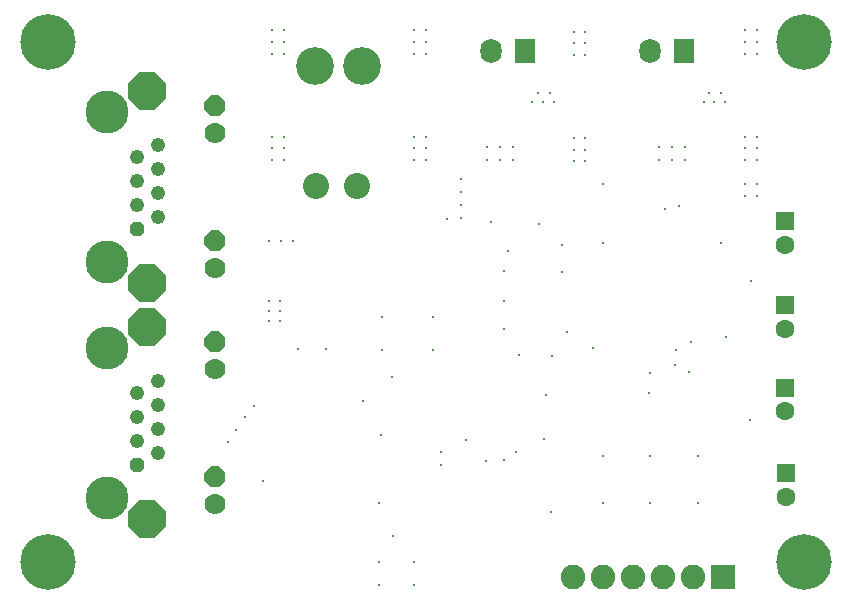
<source format=gbs>
G04 Layer_Color=16711935*
%FSLAX25Y25*%
%MOIN*%
G70*
G01*
G75*
%ADD60C,0.12611*%
%ADD61C,0.18516*%
%ADD62C,0.08200*%
%ADD63R,0.08200X0.08200*%
%ADD64C,0.04800*%
%ADD65P,0.13650X8X292.5*%
%ADD66C,0.14300*%
%ADD67C,0.07000*%
%ADD68P,0.07577X8X292.5*%
%ADD69P,0.05196X8X292.5*%
%ADD70C,0.08674*%
%ADD71C,0.06312*%
%ADD72R,0.06312X0.06312*%
%ADD73R,0.07099X0.08202*%
%ADD74O,0.07099X0.08202*%
%ADD75C,0.01200*%
%ADD76C,0.00787*%
D60*
X116535Y177165D02*
D03*
X100787D02*
D03*
D61*
X11811Y185039D02*
D03*
Y11811D02*
D03*
X263779D02*
D03*
Y185039D02*
D03*
D62*
X186693Y6809D02*
D03*
X196693D02*
D03*
X206693D02*
D03*
X216693D02*
D03*
X226693D02*
D03*
D63*
X236693D02*
D03*
D64*
X48339Y126824D02*
D03*
Y134824D02*
D03*
Y142824D02*
D03*
Y150824D02*
D03*
X41339Y146824D02*
D03*
Y130824D02*
D03*
Y138824D02*
D03*
X48339Y47958D02*
D03*
Y55958D02*
D03*
Y63958D02*
D03*
Y71958D02*
D03*
X41339Y67958D02*
D03*
Y51958D02*
D03*
Y59958D02*
D03*
D65*
X44839Y168824D02*
D03*
Y104824D02*
D03*
Y89958D02*
D03*
Y25958D02*
D03*
D66*
X31339Y111824D02*
D03*
Y161824D02*
D03*
Y32958D02*
D03*
Y82958D02*
D03*
D67*
X67339Y109824D02*
D03*
Y154824D02*
D03*
Y30958D02*
D03*
Y75958D02*
D03*
D68*
Y118824D02*
D03*
Y163824D02*
D03*
Y39958D02*
D03*
Y84958D02*
D03*
D69*
X41339Y122824D02*
D03*
Y43958D02*
D03*
D70*
X100984Y137008D02*
D03*
X114764D02*
D03*
D71*
X257874Y33580D02*
D03*
X257480Y61927D02*
D03*
Y89486D02*
D03*
Y117439D02*
D03*
D72*
X257874Y41454D02*
D03*
X257480Y69801D02*
D03*
Y97360D02*
D03*
Y125313D02*
D03*
D73*
X223843Y182006D02*
D03*
X170693D02*
D03*
D74*
X212598D02*
D03*
X159449D02*
D03*
D75*
X88976Y92126D02*
D03*
X175591Y124409D02*
D03*
X149606Y126378D02*
D03*
X244094Y137795D02*
D03*
Y133858D02*
D03*
X149606Y130709D02*
D03*
X144882Y125984D02*
D03*
X149606Y139370D02*
D03*
X248031Y137795D02*
D03*
Y133858D02*
D03*
X236221Y118110D02*
D03*
X196850D02*
D03*
Y137795D02*
D03*
X228346Y31496D02*
D03*
Y47244D02*
D03*
X212598Y31496D02*
D03*
Y47244D02*
D03*
X196850D02*
D03*
Y31496D02*
D03*
X237795Y86614D02*
D03*
X220866Y77559D02*
D03*
X183071Y108268D02*
D03*
Y117323D02*
D03*
X184646Y88583D02*
D03*
X179921Y80315D02*
D03*
X168898Y80709D02*
D03*
X163779Y89370D02*
D03*
Y98819D02*
D03*
Y108661D02*
D03*
X149606Y135039D02*
D03*
X163779Y45669D02*
D03*
X177953Y67323D02*
D03*
X140157Y82284D02*
D03*
Y93307D02*
D03*
X116929Y65354D02*
D03*
X123228Y82284D02*
D03*
Y93307D02*
D03*
X95276Y82677D02*
D03*
X104331D02*
D03*
X122047Y31496D02*
D03*
X133858Y3937D02*
D03*
Y11811D02*
D03*
X122047D02*
D03*
Y3937D02*
D03*
X122835Y53937D02*
D03*
X126772Y20472D02*
D03*
X126378Y73344D02*
D03*
X85433Y92126D02*
D03*
Y95276D02*
D03*
Y98819D02*
D03*
Y118898D02*
D03*
X89370D02*
D03*
X93307D02*
D03*
X90551Y149606D02*
D03*
X86614D02*
D03*
X90551Y153543D02*
D03*
X86614D02*
D03*
Y145669D02*
D03*
X90551D02*
D03*
Y185039D02*
D03*
X86614D02*
D03*
X90551Y188976D02*
D03*
X86614D02*
D03*
Y181102D02*
D03*
X90551D02*
D03*
X137795Y149606D02*
D03*
X133858D02*
D03*
X137795Y153543D02*
D03*
X133858D02*
D03*
Y145669D02*
D03*
X137795D02*
D03*
X244094Y188976D02*
D03*
X248031D02*
D03*
Y185039D02*
D03*
X244094D02*
D03*
Y181102D02*
D03*
X248031D02*
D03*
Y153543D02*
D03*
X244094D02*
D03*
Y149606D02*
D03*
X248031D02*
D03*
Y145669D02*
D03*
X244094D02*
D03*
X190945Y145276D02*
D03*
X187008D02*
D03*
Y149213D02*
D03*
X190945D02*
D03*
Y153150D02*
D03*
X187008D02*
D03*
X187008Y180709D02*
D03*
X190945D02*
D03*
X187008Y184646D02*
D03*
X190945D02*
D03*
Y188583D02*
D03*
X187008D02*
D03*
X137795Y181102D02*
D03*
X133858D02*
D03*
Y188976D02*
D03*
X137795D02*
D03*
X133858Y185039D02*
D03*
X137795D02*
D03*
X88976Y95276D02*
D03*
Y98819D02*
D03*
X217323Y129528D02*
D03*
X230315Y164961D02*
D03*
X237402D02*
D03*
X233858D02*
D03*
X232283Y168110D02*
D03*
X236221D02*
D03*
X179134D02*
D03*
X175197D02*
D03*
X176772Y164961D02*
D03*
X180315D02*
D03*
X173228D02*
D03*
X222047Y130315D02*
D03*
X226198Y85254D02*
D03*
X221260Y82284D02*
D03*
X193307Y83071D02*
D03*
X179528Y28346D02*
D03*
X159449Y125197D02*
D03*
X164961Y115354D02*
D03*
X212205Y68110D02*
D03*
X212598Y74803D02*
D03*
X245669Y59055D02*
D03*
X246063Y105512D02*
D03*
X225590Y75197D02*
D03*
X177165Y52872D02*
D03*
X151181Y52478D02*
D03*
X167717Y48541D02*
D03*
X142913D02*
D03*
X157874Y45391D02*
D03*
X142913Y44210D02*
D03*
X83465Y38698D02*
D03*
X80315Y63895D02*
D03*
X77559Y59958D02*
D03*
X74410Y55628D02*
D03*
X71652Y51691D02*
D03*
D76*
X224016Y150116D02*
D03*
Y145785D02*
D03*
X219685Y150116D02*
D03*
Y145785D02*
D03*
X215354Y150116D02*
D03*
Y145785D02*
D03*
X166791Y149935D02*
D03*
Y145604D02*
D03*
X162461Y149935D02*
D03*
Y145604D02*
D03*
X158130Y149935D02*
D03*
Y145604D02*
D03*
M02*

</source>
